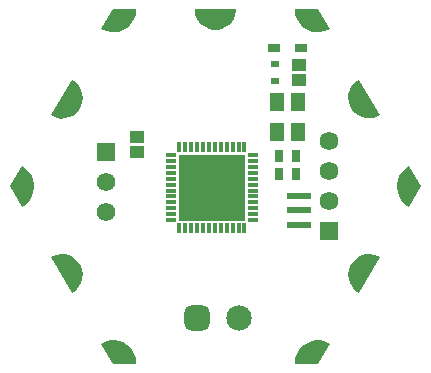
<source format=gbs>
G04*
G04 #@! TF.GenerationSoftware,Altium Limited,Altium Designer,25.8.1 (18)*
G04*
G04 Layer_Color=16711935*
%FSLAX44Y44*%
%MOMM*%
G71*
G04*
G04 #@! TF.SameCoordinates,49EF26A0-86A8-49CD-8BE6-FAAFDC87ECF6*
G04*
G04*
G04 #@! TF.FilePolarity,Negative*
G04*
G01*
G75*
%ADD28R,0.7400X0.9900*%
G04:AMPARAMS|DCode=29|XSize=1.2032mm|YSize=1.2032mm|CornerRadius=0.6016mm|HoleSize=0mm|Usage=FLASHONLY|Rotation=300.000|XOffset=0mm|YOffset=0mm|HoleType=Round|Shape=RoundedRectangle|*
%AMROUNDEDRECTD29*
21,1,1.2032,0.0000,0,0,300.0*
21,1,0.0000,1.2032,0,0,300.0*
1,1,1.2032,0.0000,0.0000*
1,1,1.2032,0.0000,0.0000*
1,1,1.2032,0.0000,0.0000*
1,1,1.2032,0.0000,0.0000*
%
%ADD29ROUNDEDRECTD29*%
G04:AMPARAMS|DCode=30|XSize=1.2032mm|YSize=1.2032mm|CornerRadius=0.6016mm|HoleSize=0mm|Usage=FLASHONLY|Rotation=60.000|XOffset=0mm|YOffset=0mm|HoleType=Round|Shape=RoundedRectangle|*
%AMROUNDEDRECTD30*
21,1,1.2032,0.0000,0,0,60.0*
21,1,0.0000,1.2032,0,0,60.0*
1,1,1.2032,0.0000,0.0000*
1,1,1.2032,0.0000,0.0000*
1,1,1.2032,0.0000,0.0000*
1,1,1.2032,0.0000,0.0000*
%
%ADD30ROUNDEDRECTD30*%
G04:AMPARAMS|DCode=31|XSize=1.2032mm|YSize=1.2032mm|CornerRadius=0.6016mm|HoleSize=0mm|Usage=FLASHONLY|Rotation=180.000|XOffset=0mm|YOffset=0mm|HoleType=Round|Shape=RoundedRectangle|*
%AMROUNDEDRECTD31*
21,1,1.2032,0.0000,0,0,180.0*
21,1,0.0000,1.2032,0,0,180.0*
1,1,1.2032,0.0000,0.0000*
1,1,1.2032,0.0000,0.0000*
1,1,1.2032,0.0000,0.0000*
1,1,1.2032,0.0000,0.0000*
%
%ADD31ROUNDEDRECTD31*%
%ADD32R,1.5900X1.5900*%
%ADD33C,1.5900*%
%ADD34C,2.1532*%
G04:AMPARAMS|DCode=35|XSize=2.1532mm|YSize=2.1532mm|CornerRadius=0.5891mm|HoleSize=0mm|Usage=FLASHONLY|Rotation=0.000|XOffset=0mm|YOffset=0mm|HoleType=Round|Shape=RoundedRectangle|*
%AMROUNDEDRECTD35*
21,1,2.1532,0.9750,0,0,0.0*
21,1,0.9750,2.1532,0,0,0.0*
1,1,1.1782,0.4875,-0.4875*
1,1,1.1782,-0.4875,-0.4875*
1,1,1.1782,-0.4875,0.4875*
1,1,1.1782,0.4875,0.4875*
%
%ADD35ROUNDEDRECTD35*%
%ADD36C,1.5700*%
%ADD37R,1.5700X1.5700*%
%ADD45R,5.7000X5.7000*%
%ADD46R,0.8500X0.3000*%
%ADD48R,0.8000X0.6000*%
%ADD49R,0.3000X0.8500*%
%ADD50R,1.1032X0.7032*%
%ADD51R,1.1532X1.0032*%
%ADD52R,2.1032X0.6033*%
%ADD53R,1.2954X1.6002*%
G36*
X-96781Y-133322D02*
X-95288Y-132410D01*
X-92025Y-131147D01*
X-88590Y-130485D01*
X-85092Y-130444D01*
X-81642Y-131026D01*
X-78351Y-132213D01*
X-75323Y-133965D01*
X-72655Y-136229D01*
X-70432Y-138930D01*
X-68726Y-141984D01*
X-67589Y-145293D01*
X-67059Y-148751D01*
X-67106Y-150500D01*
Y-150500D01*
X-86888D01*
X-96781Y-133322D01*
D02*
G37*
G36*
X-139080Y-60123D02*
X-137587Y-59202D01*
X-134297Y-57990D01*
X-130831Y-57456D01*
X-127329Y-57620D01*
X-123928Y-58477D01*
X-120766Y-59992D01*
X-117967Y-62105D01*
X-115644Y-64731D01*
X-113888Y-67767D01*
X-112771Y-71091D01*
X-112336Y-74571D01*
X-112600Y-78067D01*
X-113554Y-81442D01*
X-115159Y-84560D01*
X-117351Y-87297D01*
X-120043Y-89544D01*
X-121586Y-90378D01*
X-121586Y-90378D01*
X-139080Y-60123D01*
D02*
G37*
G36*
X-163820Y17170D02*
X-162284Y16333D01*
X-159559Y14139D01*
X-157268Y11495D01*
X-155483Y8486D01*
X-154263Y5207D01*
X-153644Y1763D01*
X-153648Y-1735D01*
X-154275Y-5177D01*
X-155503Y-8453D01*
X-157294Y-11458D01*
X-159592Y-14097D01*
X-162322Y-16285D01*
X-163860Y-17118D01*
Y-17118D01*
X-173750Y13D01*
X-163820Y17170D01*
D02*
G37*
G36*
X-121637Y90335D02*
X-120093Y89503D01*
X-117398Y87259D01*
X-115203Y84525D01*
X-113594Y81410D01*
X-112635Y78036D01*
X-112366Y74540D01*
X-112797Y71060D01*
X-113910Y67734D01*
X-115661Y64696D01*
X-117981Y62067D01*
X-120777Y59950D01*
X-123937Y58431D01*
X-127337Y57570D01*
X-130839Y57401D01*
X-134305Y57931D01*
X-137598Y59138D01*
X-139091Y60057D01*
X-139091D01*
X-121637Y90335D01*
D02*
G37*
G36*
X-67041Y150492D02*
X-66999Y148743D01*
X-67536Y145286D01*
X-68680Y141980D01*
X-70394Y138930D01*
X-72623Y136233D01*
X-75296Y133976D01*
X-78328Y132230D01*
X-81622Y131052D01*
X-85073Y130478D01*
X-88571Y130526D01*
X-92005Y131197D01*
X-95265Y132467D01*
X-96756Y133382D01*
X-96756Y133382D01*
X-86865Y150513D01*
X-67041Y150492D01*
D02*
G37*
G36*
X67041Y-150492D02*
X66999Y-148743D01*
X67536Y-145286D01*
X68680Y-141980D01*
X70394Y-138930D01*
X72623Y-136233D01*
X75296Y-133976D01*
X78328Y-132230D01*
X81622Y-131052D01*
X85073Y-130478D01*
X88571Y-130526D01*
X92005Y-131197D01*
X95265Y-132467D01*
X96756Y-133382D01*
D01*
X86865Y-150513D01*
X67041Y-150492D01*
D02*
G37*
G36*
X121637Y-90435D02*
X120093Y-89603D01*
X117398Y-87360D01*
X115202Y-84626D01*
X113593Y-81510D01*
X112635Y-78137D01*
X112366Y-74640D01*
X112796Y-71160D01*
X113910Y-67835D01*
X115661Y-64797D01*
X117981Y-62167D01*
X120777Y-60051D01*
X123937Y-58531D01*
X127336Y-57670D01*
X130839Y-57501D01*
X134305Y-58031D01*
X137597Y-59239D01*
X139091Y-60158D01*
Y-60158D01*
X121637Y-90435D01*
D02*
G37*
G36*
X163820Y-17170D02*
X162284Y-16333D01*
X159559Y-14139D01*
X157268Y-11495D01*
X155483Y-8486D01*
X154263Y-5207D01*
X153644Y-1763D01*
X153648Y1735D01*
X154275Y5177D01*
X155503Y8453D01*
X157294Y11458D01*
X159592Y14097D01*
X162322Y16285D01*
X163860Y17118D01*
X163860Y17118D01*
X173750Y-13D01*
X163820Y-17170D01*
D02*
G37*
G36*
X17443Y150557D02*
X17494Y148804D01*
X16899Y145349D01*
X15629Y142080D01*
X13735Y139129D01*
X11293Y136612D01*
X8399Y134631D01*
X5170Y133264D01*
X1734Y132565D01*
X-1773Y132563D01*
X-5210Y133257D01*
X-8441Y134620D01*
X-11337Y136597D01*
X-13783Y139110D01*
X-15680Y142059D01*
X-16954Y145326D01*
X-17554Y148781D01*
X-17505Y150534D01*
D01*
X17443Y150557D01*
D02*
G37*
G36*
X96781Y133322D02*
X95288Y132410D01*
X92025Y131147D01*
X88590Y130485D01*
X85092Y130444D01*
X81642Y131026D01*
X78351Y132212D01*
X75323Y133965D01*
X72655Y136229D01*
X70432Y138930D01*
X68726Y141984D01*
X67589Y145293D01*
X67059Y148751D01*
X67106Y150500D01*
X67106D01*
X86888D01*
X96781Y133322D01*
D02*
G37*
G36*
X139080Y60123D02*
X137587Y59202D01*
X134297Y57990D01*
X130831Y57456D01*
X127328Y57620D01*
X123928Y58477D01*
X120765Y59992D01*
X117967Y62105D01*
X115644Y64731D01*
X113888Y67767D01*
X112771Y71091D01*
X112336Y74570D01*
X112600Y78067D01*
X113554Y81442D01*
X115159Y84559D01*
X117351Y87296D01*
X120043Y89544D01*
X121586Y90378D01*
D01*
X139080Y60123D01*
D02*
G37*
D28*
X67960Y10160D02*
D03*
X53960D02*
D03*
X67960Y25400D02*
D03*
X53960D02*
D03*
D29*
X165199Y0D02*
D03*
X-165199D02*
D03*
X-123901Y71501D02*
D03*
X123901Y-71601D02*
D03*
D30*
X82601Y-143101D02*
D03*
X-82601Y143101D02*
D03*
X0D02*
D03*
D31*
X82601D02*
D03*
X-82601Y-143101D02*
D03*
X-123901Y-71501D02*
D03*
X123901Y71501D02*
D03*
D32*
X96520Y-38100D02*
D03*
D33*
Y-12700D02*
D03*
Y12700D02*
D03*
Y38100D02*
D03*
D34*
X19760Y-111760D02*
D03*
D35*
X-15240D02*
D03*
D36*
X-93003Y-21698D02*
D03*
Y3702D02*
D03*
D37*
Y29102D02*
D03*
D45*
X-2980Y-1060D02*
D03*
D46*
X31520Y-13560D02*
D03*
Y-8560D02*
D03*
Y-18560D02*
D03*
Y-3560D02*
D03*
Y1440D02*
D03*
Y6440D02*
D03*
Y11440D02*
D03*
X-37480Y6440D02*
D03*
Y21440D02*
D03*
X31520Y-28560D02*
D03*
X-37480Y26440D02*
D03*
Y-8560D02*
D03*
X31520Y-23560D02*
D03*
X-37480Y16440D02*
D03*
Y11440D02*
D03*
Y1440D02*
D03*
Y-3560D02*
D03*
Y-13560D02*
D03*
Y-18560D02*
D03*
Y-23560D02*
D03*
Y-28560D02*
D03*
X31520Y16440D02*
D03*
Y21440D02*
D03*
Y26440D02*
D03*
D48*
X50800Y89520D02*
D03*
Y103520D02*
D03*
D49*
X9520Y-35560D02*
D03*
X24520D02*
D03*
X-480D02*
D03*
X-5480Y33440D02*
D03*
X4520Y-35560D02*
D03*
X19520D02*
D03*
X-10480Y33440D02*
D03*
X14520Y-35560D02*
D03*
X24520Y33440D02*
D03*
X19520D02*
D03*
X14520D02*
D03*
X9520D02*
D03*
X4520D02*
D03*
X-480D02*
D03*
X-15480D02*
D03*
X-20480D02*
D03*
X-25480D02*
D03*
X-30480D02*
D03*
Y-35560D02*
D03*
X-25480D02*
D03*
X-20480D02*
D03*
X-15480D02*
D03*
X-10480D02*
D03*
X-5480D02*
D03*
D50*
X72460Y116840D02*
D03*
X49460D02*
D03*
D51*
X71120Y102770D02*
D03*
X-66040Y41810D02*
D03*
X71120Y90270D02*
D03*
X-66040Y29310D02*
D03*
D52*
X71120Y-20320D02*
D03*
Y-32319D02*
D03*
Y-8321D02*
D03*
D53*
X70231Y71120D02*
D03*
Y45720D02*
D03*
X51689Y71120D02*
D03*
Y45720D02*
D03*
M02*

</source>
